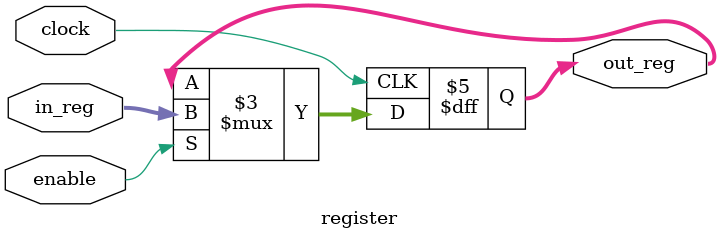
<source format=v>
module register(clock, enable, in_reg, out_reg);
    input clock, enable;
    input   [31:0] in_reg;
    output reg [31:0] out_reg;

    always@(posedge clock)
            if(enable)
                out_reg = in_reg;
endmodule


</source>
